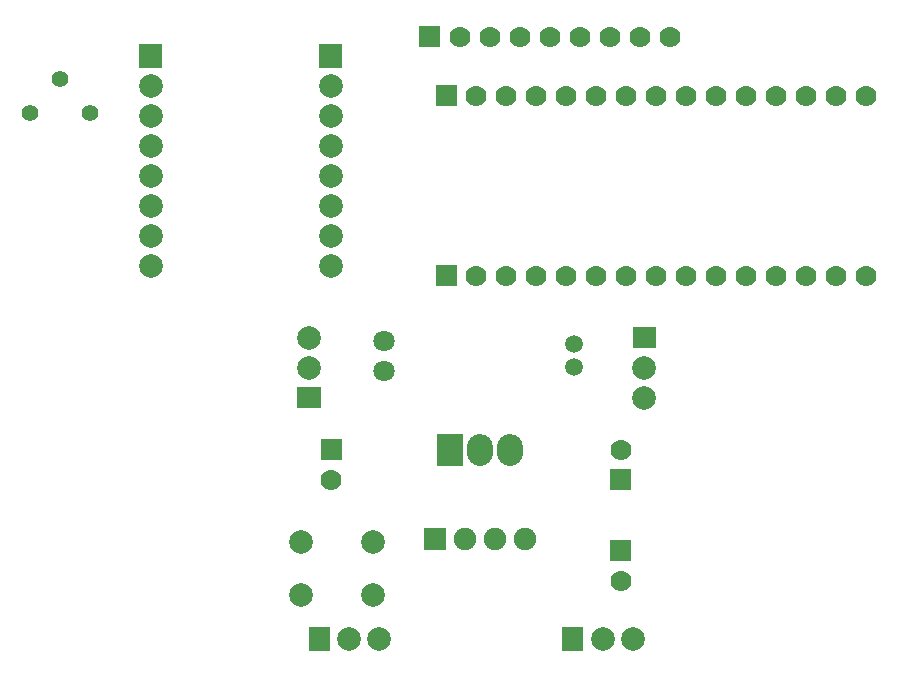
<source format=gts>
G04 Layer: TopSolderMaskLayer*
G04 EasyEDA v6.4.7, 2020-12-06T11:07:03+08:00*
G04 Gerber Generator version 0.2*
G04 Scale: 100 percent, Rotated: No, Reflected: No *
G04 Dimensions in millimeters *
G04 leading zeros omitted , absolute positions ,3 integer and 3 decimal *
%FSLAX33Y33*%
%MOMM*%
G90*
D02*

%ADD34C,2.203196*%
%ADD36C,1.778000*%
%ADD39C,1.903197*%
%ADD41C,2.003196*%
%ADD44C,1.402080*%
%ADD45C,1.503197*%
%ADD46C,1.803197*%

%LPD*%
G54D34*
G01X41099Y19543D02*
G01X41099Y19043D01*
G01X43639Y19543D02*
G01X43639Y19043D01*
G36*
G01X52110Y15902D02*
G01X52110Y17680D01*
G01X53888Y17680D01*
G01X53888Y15902D01*
G01X52110Y15902D01*
G37*
G54D36*
G01X52999Y19332D03*
G36*
G01X27609Y18442D02*
G01X27609Y20220D01*
G01X29387Y20220D01*
G01X29387Y18442D01*
G01X27609Y18442D01*
G37*
G01X28500Y16792D03*
G36*
G01X52110Y9903D02*
G01X52110Y11681D01*
G01X53888Y11681D01*
G01X53888Y9903D01*
G01X52110Y9903D01*
G37*
G01X52999Y8252D03*
G36*
G01X37457Y17942D02*
G01X37457Y20645D01*
G01X39662Y20645D01*
G01X39662Y17942D01*
G01X37457Y17942D01*
G37*
G36*
G01X35951Y53403D02*
G01X35951Y55181D01*
G01X37729Y55181D01*
G01X37729Y53403D01*
G01X35951Y53403D01*
G37*
G01X39380Y54292D03*
G01X41920Y54292D03*
G01X44460Y54292D03*
G01X47000Y54292D03*
G01X49540Y54292D03*
G01X52080Y54292D03*
G01X54620Y54292D03*
G01X57160Y54292D03*
G36*
G01X36337Y10840D02*
G01X36337Y12745D01*
G01X38242Y12745D01*
G01X38242Y10840D01*
G01X36337Y10840D01*
G37*
G54D39*
G01X39829Y11793D03*
G01X42369Y11793D03*
G01X44909Y11793D03*
G36*
G01X12199Y51681D02*
G01X12199Y53682D01*
G01X14201Y53682D01*
G01X14201Y51681D01*
G01X12199Y51681D01*
G37*
G54D41*
G01X13200Y50142D03*
G01X13200Y47602D03*
G01X13200Y45062D03*
G01X13200Y42522D03*
G01X13200Y39982D03*
G01X13200Y37442D03*
G01X13200Y34902D03*
G36*
G01X27439Y51681D02*
G01X27439Y53682D01*
G01X29441Y53682D01*
G01X29441Y51681D01*
G01X27439Y51681D01*
G37*
G01X28440Y50142D03*
G01X28440Y47602D03*
G01X28440Y45062D03*
G01X28440Y42522D03*
G01X28440Y39982D03*
G01X28440Y37442D03*
G01X28440Y34902D03*
G01X55001Y23753D03*
G01X55001Y26293D03*
G36*
G01X54000Y27945D02*
G01X54000Y29723D01*
G01X56001Y29723D01*
G01X56001Y27945D01*
G01X54000Y27945D01*
G37*
G01X26595Y28833D03*
G01X26595Y26293D03*
G36*
G01X25593Y22865D02*
G01X25593Y24643D01*
G01X27597Y24643D01*
G01X27597Y22865D01*
G01X25593Y22865D01*
G37*
G01X32539Y3302D03*
G01X29999Y3302D03*
G36*
G01X26570Y2301D02*
G01X26570Y4302D01*
G01X28348Y4302D01*
G01X28348Y2301D01*
G01X26570Y2301D01*
G37*
G01X54040Y3302D03*
G01X51500Y3302D03*
G36*
G01X48072Y2301D02*
G01X48072Y4302D01*
G01X49850Y4302D01*
G01X49850Y2301D01*
G01X48072Y2301D01*
G37*
G54D44*
G01X8040Y47870D03*
G01X2960Y47870D03*
G01X5500Y50715D03*
G54D36*
G01X73779Y49293D03*
G01X71239Y49293D03*
G01X68699Y49293D03*
G01X66159Y49293D03*
G01X63619Y49293D03*
G01X61079Y49293D03*
G01X58539Y49293D03*
G01X55999Y49293D03*
G01X53459Y49293D03*
G01X50919Y49293D03*
G01X48379Y49293D03*
G01X45839Y49293D03*
G01X43299Y49293D03*
G01X40759Y49293D03*
G36*
G01X37330Y48404D02*
G01X37330Y50182D01*
G01X39108Y50182D01*
G01X39108Y48404D01*
G01X37330Y48404D01*
G37*
G01X73779Y34053D03*
G01X71239Y34053D03*
G01X68699Y34053D03*
G01X66159Y34053D03*
G01X63619Y34053D03*
G01X61079Y34053D03*
G01X58539Y34053D03*
G01X55999Y34053D03*
G01X53459Y34053D03*
G01X50919Y34053D03*
G01X48379Y34053D03*
G01X45839Y34053D03*
G01X43299Y34053D03*
G01X40759Y34053D03*
G36*
G01X37330Y33164D02*
G01X37330Y34942D01*
G01X39108Y34942D01*
G01X39108Y33164D01*
G01X37330Y33164D01*
G37*
G54D41*
G01X32049Y11543D03*
G01X25949Y11543D03*
G01X25949Y7043D03*
G01X32049Y7043D03*
G54D45*
G01X49022Y28304D03*
G01X49022Y26305D03*
G54D46*
G01X32999Y28563D03*
G01X32999Y26023D03*
M00*
M02*

</source>
